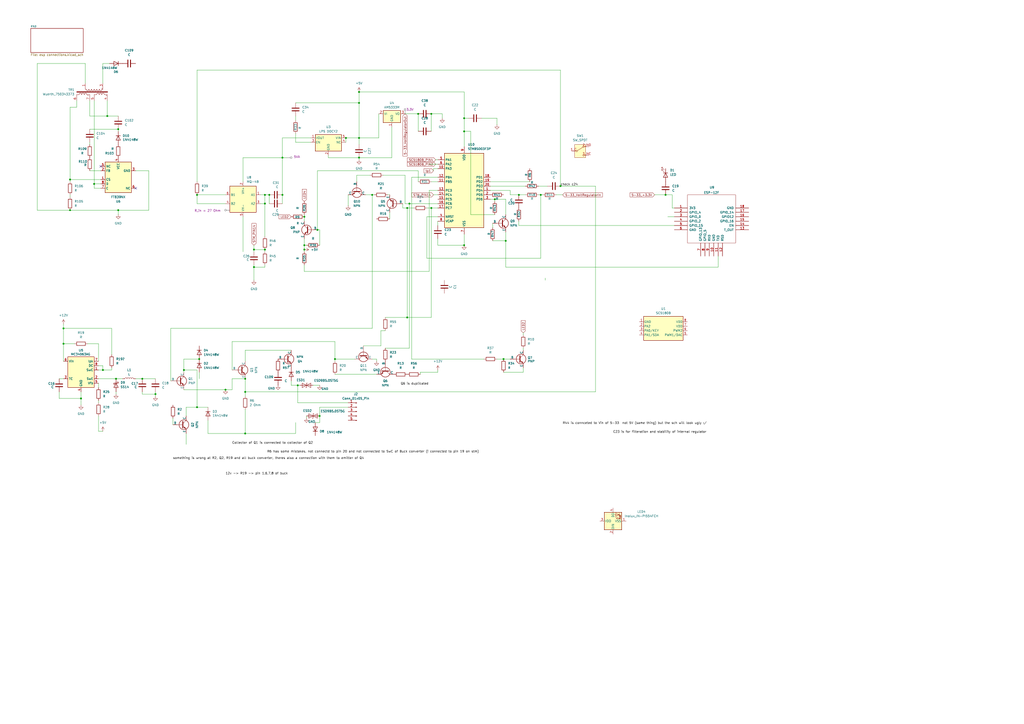
<source format=kicad_sch>
(kicad_sch (version 20250114) (generator "eeschema") (generator_version "9.0")
  (paper "A2")
  (junction (at 250.19 66.04))
  (junction (at 242.57 66.04))
  (junction (at 142.24 219.71))
  (junction (at 200.66 80.01))
  (junction (at 62.23 67.31))
  (junction (at 114.3 236.22))
  (junction (at 130.81 226.06))
  (junction (at 147.32 154.94))
  (junction (at 153.67 144.78))
  (junction (at 237.49 118.11))
  (junction (at 46.99 231.14))
  (junction (at 114.3 113.03))
  (junction (at 153.67 113.03))
  (junction (at 82.55 219.71))
  (junction (at 269.24 142.24))
  (junction (at 300.99 113.03))
  (junction (at 208.28 53.34))
  (junction (at 36.83 190.5))
  (junction (at 172.72 223.52))
  (junction (at 215.9 113.03))
  (junction (at 68.58 121.92))
  (junction (at 184.15 133.35))
  (junction (at 236.22 120.65))
  (junction (at 176.53 144.78))
  (junction (at 208.28 80.01))
  (junction (at 176.53 125.73))
  (junction (at 208.28 59.69))
  (junction (at 40.64 121.92))
  (junction (at 115.57 208.28))
  (junction (at 163.83 91.44))
  (junction (at 208.28 91.44))
  (junction (at 250.19 120.65))
  (junction (at 36.83 199.39))
  (junction (at 67.31 219.71))
  (junction (at 142.24 227.33))
  (junction (at 194.31 208.28))
  (junction (at 59.69 214.63))
  (junction (at 142.24 251.46))
  (junction (at 287.02 115.57))
  (junction (at 153.67 118.11))
  (junction (at 54.61 106.68))
  (junction (at 293.37 139.7))
  (junction (at 185.42 241.3))
  (junction (at 313.69 113.03))
  (junction (at 68.58 74.93))
  (junction (at 269.24 68.58))
  (junction (at 269.24 76.2))
  (junction (at 292.1 208.28))
  (junction (at 163.83 113.03))
  (junction (at 156.21 113.03))
  (junction (at 236.22 184.15))
  (junction (at 325.12 107.95))
  (junction (at 386.08 113.03))
  (junction (at 40.64 104.14))
  (junction (at 176.53 142.24))
  (junction (at 90.17 228.6))
  (junction (at 106.68 214.63))
  (junction (at 147.32 144.78))
  (no_connect (at 58.42 96.52))
  (no_connect (at 78.74 109.22))
  (wire (pts (xy 67.31 228.6) (xy 67.31 227.33)))
  (wire (pts (xy 185.42 236.22) (xy 185.42 241.3)))
  (wire (pts (xy 279.4 68.58) (xy 288.29 68.58)))
  (wire (pts (xy 190.5 91.44) (xy 208.28 91.44)))
  (wire (pts (xy 82.55 219.71) (xy 90.17 219.71)))
  (wire (pts (xy 49.53 48.26) (xy 49.53 36.83)))
  (wire (pts (xy 78.74 99.06) (xy 86.36 99.06)))
  (wire (pts (xy 184.15 99.06) (xy 184.15 133.35)))
  (wire (pts (xy 208.28 53.34) (xy 269.24 53.34)))
  (wire (pts (xy 303.53 193.04) (xy 303.53 194.31)))
  (wire (pts (xy 314.96 113.03) (xy 313.69 113.03)))
  (wire (pts (xy 147.32 146.05) (xy 147.32 144.78)))
  (wire (pts (xy 303.53 201.93) (xy 303.53 203.2)))
  (wire (pts (xy 57.15 250.19) (xy 59.69 250.19)))
  (wire (pts (xy 43.18 199.39) (xy 36.83 199.39)))
  (wire (pts (xy 238.76 102.87) (xy 238.76 208.28)))
  (wire (pts (xy 176.53 144.78) (xy 176.53 146.05)))
  (wire (pts (xy 273.05 124.46) (xy 273.05 76.2)))
  (wire (pts (xy 64.77 205.74) (xy 64.77 190.5)))
  (wire (pts (xy 194.31 217.17) (xy 218.44 217.17)))
  (wire (pts (xy 114.3 214.63) (xy 106.68 214.63)))
  (wire (pts (xy 134.62 214.63) (xy 134.62 198.12)))
  (wire (pts (xy 90.17 228.6) (xy 90.17 229.87)))
  (wire (pts (xy 184.15 99.06) (xy 242.57 99.06)))
  (wire (pts (xy 389.89 113.03) (xy 386.08 113.03)))
  (wire (pts (xy 106.68 208.28) (xy 106.68 214.63)))
  (wire (pts (xy 114.3 113.03) (xy 130.81 113.03)))
  (wire (pts (xy 166.37 91.44) (xy 163.83 91.44)))
  (wire (pts (xy 54.61 106.68) (xy 54.61 109.22)))
  (wire (pts (xy 300.99 113.03) (xy 295.91 113.03)))
  (wire (pts (xy 233.68 120.65) (xy 236.22 120.65)))
  (wire (pts (xy 250.19 120.65) (xy 254 120.65)))
  (wire (pts (xy 207.01 101.6) (xy 207.01 105.41)))
  (wire (pts (xy 46.99 227.33) (xy 46.99 231.14)))
  (wire (pts (xy 59.69 214.63) (xy 64.77 214.63)))
  (wire (pts (xy 57.15 224.79) (xy 57.15 222.25)))
  (wire (pts (xy 34.29 219.71) (xy 36.83 219.71)))
  (wire (pts (xy 172.72 233.68) (xy 172.72 223.52)))
  (wire (pts (xy 223.52 184.15) (xy 236.22 184.15)))
  (wire (pts (xy 247.65 125.73) (xy 247.65 149.86)))
  (wire (pts (xy 171.45 59.69) (xy 208.28 59.69)))
  (wire (pts (xy 142.24 219.71) (xy 142.24 227.33)))
  (wire (pts (xy 182.88 245.11) (xy 185.42 245.11)))
  (wire (pts (xy 242.57 76.2) (xy 242.57 66.04)))
  (wire (pts (xy 171.45 251.46) (xy 171.45 245.11)))
  (wire (pts (xy 248.92 95.25) (xy 254 95.25)))
  (wire (pts (xy 168.91 223.52) (xy 172.72 223.52)))
  (wire (pts (xy 254 138.43) (xy 254 142.24)))
  (wire (pts (xy 208.28 53.34) (xy 208.28 59.69)))
  (wire (pts (xy 185.42 142.24) (xy 185.42 133.35)))
  (wire (pts (xy 416.56 148.59) (xy 416.56 154.94)))
  (wire (pts (xy 208.28 91.44) (xy 208.28 92.71)))
  (wire (pts (xy 52.07 74.93) (xy 68.58 74.93)))
  (wire (pts (xy 236.22 120.65) (xy 240.03 120.65)))
  (wire (pts (xy 44.45 58.42) (xy 44.45 62.23)))
  (wire (pts (xy 40.64 104.14) (xy 40.64 105.41)))
  (wire (pts (xy 234.95 118.11) (xy 237.49 118.11)))
  (wire (pts (xy 238.76 208.28) (xy 280.67 208.28)))
  (wire (pts (xy 312.42 113.03) (xy 313.69 113.03)))
  (wire (pts (xy 220.98 191.77) (xy 223.52 191.77)))
  (wire (pts (xy 389.89 120.65) (xy 391.16 120.65)))
  (wire (pts (xy 269.24 135.89) (xy 269.24 142.24)))
  (wire (pts (xy 171.45 82.55) (xy 180.34 82.55)))
  (wire (pts (xy 54.61 58.42) (xy 54.61 106.68)))
  (wire (pts (xy 194.31 208.28) (xy 194.31 209.55)))
  (wire (pts (xy 242.57 99.06) (xy 242.57 105.41)))
  (wire (pts (xy 287.02 124.46) (xy 273.05 124.46)))
  (wire (pts (xy 147.32 144.78) (xy 153.67 144.78)))
  (wire (pts (xy 106.68 214.63) (xy 106.68 215.9)))
  (wire (pts (xy 212.09 113.03) (xy 215.9 113.03)))
  (wire (pts (xy 176.53 142.24) (xy 176.53 138.43)))
  (wire (pts (xy 134.62 198.12) (xy 194.31 198.12)))
  (wire (pts (xy 106.68 208.28) (xy 115.57 208.28)))
  (wire (pts (xy 46.99 231.14) (xy 46.99 234.95)))
  (wire (pts (xy 67.31 219.71) (xy 71.12 219.71)))
  (wire (pts (xy 293.37 115.57) (xy 287.02 115.57)))
  (wire (pts (xy 247.65 149.86) (xy 313.69 149.86)))
  (wire (pts (xy 208.28 91.44) (xy 227.33 91.44)))
  (wire (pts (xy 207.01 101.6) (xy 214.63 101.6)))
  (wire (pts (xy 215.9 113.03) (xy 217.17 113.03)))
  (wire (pts (xy 190.5 90.17) (xy 190.5 91.44)))
  (wire (pts (xy 243.84 215.9) (xy 243.84 217.17)))
  (wire (pts (xy 62.23 67.31) (xy 68.58 67.31)))
  (wire (pts (xy 313.69 149.86) (xy 313.69 113.03)))
  (wire (pts (xy 215.9 113.03) (xy 215.9 190.5)))
  (wire (pts (xy 57.15 212.09) (xy 59.69 212.09)))
  (wire (pts (xy 86.36 99.06) (xy 86.36 121.92)))
  (wire (pts (xy 295.91 110.49) (xy 284.48 110.49)))
  (wire (pts (xy 223.52 201.93) (xy 237.49 201.93)))
  (wire (pts (xy 248.92 110.49) (xy 254 110.49)))
  (wire (pts (xy 176.53 157.48) (xy 248.92 157.48)))
  (wire (pts (xy 254 214.63) (xy 254 215.9)))
  (wire (pts (xy 325.12 107.95) (xy 345.44 107.95)))
  (wire (pts (xy 210.82 200.66) (xy 220.98 200.66)))
  (wire (pts (xy 176.53 125.73) (xy 176.53 128.27)))
  (wire (pts (xy 250.19 66.04) (xy 250.19 76.2)))
  (wire (pts (xy 140.97 105.41) (xy 140.97 91.44)))
  (wire (pts (xy 147.32 154.94) (xy 147.32 162.56)))
  (wire (pts (xy 222.25 101.6) (xy 234.95 101.6)))
  (wire (pts (xy 345.44 227.33) (xy 142.24 227.33)))
  (wire (pts (xy 237.49 201.93) (xy 237.49 118.11)))
  (wire (pts (xy 292.1 215.9) (xy 303.53 215.9)))
  (wire (pts (xy 44.45 62.23) (xy 40.64 62.23)))
  (wire (pts (xy 177.8 241.3) (xy 177.8 242.57)))
  (wire (pts (xy 57.15 233.68) (xy 57.15 232.41)))
  (wire (pts (xy 147.32 154.94) (xy 147.32 153.67)))
  (wire (pts (xy 226.06 113.03) (xy 224.79 113.03)))
  (wire (pts (xy 254 128.27) (xy 254 130.81)))
  (wire (pts (xy 194.31 208.28) (xy 205.74 208.28)))
  (wire (pts (xy 64.77 214.63) (xy 64.77 213.36)))
  (wire (pts (xy 163.83 80.01) (xy 163.83 91.44)))
  (wire (pts (xy 300.99 128.27) (xy 300.99 130.81)))
  (wire (pts (xy 285.75 132.08) (xy 285.75 129.54)))
  (wire (pts (xy 293.37 124.46) (xy 293.37 115.57)))
  (wire (pts (xy 293.37 154.94) (xy 293.37 139.7)))
  (wire (pts (xy 86.36 121.92) (xy 68.58 121.92)))
  (wire (pts (xy 389.89 120.65) (xy 389.89 113.03)))
  (wire (pts (xy 171.45 77.47) (xy 171.45 82.55)))
  (wire (pts (xy 59.69 36.83) (xy 59.69 48.26)))
  (wire (pts (xy 107.95 236.22) (xy 114.3 236.22)))
  (wire (pts (xy 142.24 227.33) (xy 142.24 229.87)))
  (wire (pts (xy 21.59 36.83) (xy 21.59 121.92)))
  (wire (pts (xy 201.93 233.68) (xy 172.72 233.68)))
  (wire (pts (xy 68.58 121.92) (xy 68.58 124.46)))
  (wire (pts (xy 142.24 251.46) (xy 171.45 251.46)))
  (wire (pts (xy 46.99 231.14) (xy 34.29 231.14)))
  (wire (pts (xy 58.42 104.14) (xy 40.64 104.14)))
  (wire (pts (xy 271.78 68.58) (xy 269.24 68.58)))
  (wire (pts (xy 234.95 66.04) (xy 242.57 66.04)))
  (wire (pts (xy 58.42 99.06) (xy 52.07 99.06)))
  (wire (pts (xy 114.3 40.64) (xy 114.3 105.41)))
  (wire (pts (xy 78.74 219.71) (xy 82.55 219.71)))
  (wire (pts (xy 185.42 245.11) (xy 185.42 241.3)))
  (wire (pts (xy 273.05 76.2) (xy 269.24 76.2)))
  (wire (pts (xy 120.65 251.46) (xy 120.65 243.84)))
  (wire (pts (xy 288.29 68.58) (xy 288.29 72.39)))
  (wire (pts (xy 142.24 237.49) (xy 142.24 251.46)))
  (wire (pts (xy 185.42 133.35) (xy 184.15 133.35)))
  (wire (pts (xy 142.24 209.55) (xy 142.24 203.2)))
  (wire (pts (xy 153.67 118.11) (xy 153.67 137.16)))
  (wire (pts (xy 177.8 142.24) (xy 176.53 142.24)))
  (wire (pts (xy 312.42 107.95) (xy 317.5 107.95)))
  (wire (pts (xy 54.61 106.68) (xy 58.42 106.68)))
  (wire (pts (xy 254 113.03) (xy 251.46 113.03)))
  (wire (pts (xy 325.12 40.64) (xy 325.12 107.95)))
  (wire (pts (xy 52.07 67.31) (xy 62.23 67.31)))
  (wire (pts (xy 256.54 66.04) (xy 250.19 66.04)))
  (wire (pts (xy 293.37 134.62) (xy 293.37 139.7)))
  (wire (pts (xy 254 97.79) (xy 251.46 97.79)))
  (wire (pts (xy 220.98 191.77) (xy 220.98 200.66)))
  (wire (pts (xy 151.13 113.03) (xy 153.67 113.03)))
  (wire (pts (xy 40.64 121.92) (xy 68.58 121.92)))
  (wire (pts (xy 238.76 102.87) (xy 254 102.87)))
  (wire (pts (xy 227.33 91.44) (xy 227.33 73.66)))
  (wire (pts (xy 300.99 113.03) (xy 304.8 113.03)))
  (wire (pts (xy 287.02 115.57) (xy 287.02 116.84)))
  (wire (pts (xy 218.44 208.28) (xy 218.44 209.55)))
  (wire (pts (xy 250.19 184.15) (xy 250.19 120.65)))
  (wire (pts (xy 201.93 236.22) (xy 185.42 236.22)))
  (wire (pts (xy 142.24 203.2) (xy 168.91 203.2)))
  (wire (pts (xy 151.13 118.11) (xy 153.67 118.11)))
  (wire (pts (xy 140.97 91.44) (xy 163.83 91.44)))
  (wire (pts (xy 208.28 83.82) (xy 208.28 80.01)))
  (wire (pts (xy 194.31 198.12) (xy 194.31 208.28)))
  (wire (pts (xy 233.68 120.65) (xy 233.68 118.11)))
  (wire (pts (xy 114.3 118.11) (xy 114.3 113.03)))
  (wire (pts (xy 57.15 214.63) (xy 59.69 214.63)))
  (wire (pts (xy 163.83 91.44) (xy 163.83 113.03)))
  (wire (pts (xy 134.62 226.06) (xy 134.62 219.71)))
  (wire (pts (xy 269.24 76.2) (xy 269.24 68.58)))
  (wire (pts (xy 153.67 154.94) (xy 153.67 153.67)))
  (wire (pts (xy 57.15 199.39) (xy 57.15 209.55)))
  (wire (pts (xy 36.83 190.5) (xy 36.83 199.39)))
  (wire (pts (xy 300.99 130.81) (xy 391.16 130.81)))
  (wire (pts (xy 49.53 36.83) (xy 21.59 36.83)))
  (wire (pts (xy 153.67 144.78) (xy 153.67 146.05)))
  (wire (pts (xy 269.24 76.2) (xy 269.24 85.09)))
  (wire (pts (xy 52.07 58.42) (xy 52.07 67.31)))
  (wire (pts (xy 62.23 58.42) (xy 62.23 67.31)))
  (wire (pts (xy 59.69 36.83) (xy 63.5 36.83)))
  (wire (pts (xy 40.64 62.23) (xy 40.64 104.14)))
  (wire (pts (xy 52.07 82.55) (xy 52.07 83.82)))
  (wire (pts (xy 168.91 220.98) (xy 168.91 223.52)))
  (wire (pts (xy 57.15 241.3) (xy 57.15 250.19)))
  (wire (pts (xy 176.53 142.24) (xy 176.53 144.78)))
  (wire (pts (xy 288.29 208.28) (xy 292.1 208.28)))
  (wire (pts (xy 36.83 187.96) (xy 36.83 190.5)))
  (wire (pts (xy 304.8 107.95) (xy 284.48 107.95)))
  (wire (pts (xy 285.75 139.7) (xy 293.37 139.7)))
  (wire (pts (xy 82.55 227.33) (xy 82.55 228.6)))
  (wire (pts (xy 21.59 121.92) (xy 40.64 121.92)))
  (wire (pts (xy 236.22 184.15) (xy 236.22 120.65)))
  (wire (pts (xy 200.66 80.01) (xy 200.66 82.55)))
  (wire (pts (xy 226.06 127) (xy 226.06 123.19)))
  (wire (pts (xy 176.53 153.67) (xy 176.53 157.48)))
  (wire (pts (xy 176.53 124.46) (xy 176.53 125.73)))
  (wire (pts (xy 201.93 113.03) (xy 201.93 119.38)))
  (wire (pts (xy 208.28 59.69) (xy 208.28 80.01)))
  (wire (pts (xy 140.97 125.73) (xy 140.97 146.05)))
  (wire (pts (xy 153.67 113.03) (xy 153.67 118.11)))
  (wire (pts (xy 218.44 208.28) (xy 215.9 208.28)))
  (wire (pts (xy 247.65 120.65) (xy 250.19 120.65)))
  (wire (pts (xy 237.49 118.11) (xy 254 118.11)))
  (wire (pts (xy 287.02 115.57) (xy 284.48 115.57)))
  (wire (pts (xy 36.83 199.39) (xy 36.83 209.55)))
  (wire (pts (xy 185.42 223.52) (xy 181.61 223.52)))
  (wire (pts (xy 58.42 109.22) (xy 54.61 109.22)))
  (wire (pts (xy 284.48 105.41) (xy 307.34 105.41)))
  (wire (pts (xy 114.3 118.11) (xy 130.81 118.11)))
  (wire (pts (xy 107.95 251.46) (xy 107.95 257.81)))
  (wire (pts (xy 106.68 226.06) (xy 130.81 226.06)))
  (wire (pts (xy 34.29 227.33) (xy 34.29 231.14)))
  (wire (pts (xy 147.32 144.78) (xy 147.32 142.24)))
  (wire (pts (xy 251.46 97.79) (xy 251.46 99.06)))
  (wire (pts (xy 130.81 226.06) (xy 134.62 226.06)))
  (wire (pts (xy 171.45 67.31) (xy 171.45 69.85)))
  (wire (pts (xy 172.72 223.52) (xy 173.99 223.52)))
  (wire (pts (xy 379.73 113.03) (xy 386.08 113.03)))
  (wire (pts (xy 345.44 107.95) (xy 345.44 227.33)))
  (wire (pts (xy 163.83 80.01) (xy 180.34 80.01)))
  (wire (pts (xy 134.62 219.71) (xy 142.24 219.71)))
  (wire (pts (xy 147.32 154.94) (xy 153.67 154.94)))
  (wire (pts (xy 252.73 92.71) (xy 254 92.71)))
  (wire (pts (xy 57.15 199.39) (xy 50.8 199.39)))
  (wire (pts (xy 247.65 125.73) (xy 254 125.73)))
  (wire (pts (xy 107.95 241.3) (xy 107.95 236.22)))
  (wire (pts (xy 322.58 113.03) (xy 326.39 113.03)))
  (wire (pts (xy 269.24 142.24) (xy 254 142.24)))
  (wire (pts (xy 236.22 184.15) (xy 250.19 184.15)))
  (wire (pts (xy 387.35 125.73) (xy 391.16 125.73)))
  (wire (pts (xy 292.1 208.28) (xy 295.91 208.28)))
  (wire (pts (xy 57.15 219.71) (xy 67.31 219.71)))
  (wire (pts (xy 163.83 113.03) (xy 163.83 118.11)))
  (wire (pts (xy 248.92 157.48) (xy 248.92 110.49)))
  (wire (pts (xy 269.24 68.58) (xy 269.24 53.34)))
  (wire (pts (xy 120.65 251.46) (xy 142.24 251.46)))
  (wire (pts (xy 99.06 190.5) (xy 215.9 190.5)))
  (wire (pts (xy 208.28 80.01) (xy 219.71 80.01)))
  (wire (pts (xy 90.17 227.33) (xy 90.17 228.6)))
  (wire (pts (xy 295.91 113.03) (xy 295.91 110.49)))
  (wire (pts (xy 234.95 101.6) (xy 234.95 118.11)))
  (wire (pts (xy 256.54 68.58) (xy 256.54 66.04)))
  (wire (pts (xy 316.23 161.29) (xy 316.23 162.56)))
  (wire (pts (xy 114.3 236.22) (xy 120.65 236.22)))
  (wire (pts (xy 99.06 190.5) (xy 99.06 220.98)))
  (wire (pts (xy 115.57 219.71) (xy 115.57 215.9)))
  (wire (pts (xy 416.56 154.94) (xy 293.37 154.94)))
  (wire (pts (xy 153.67 113.03) (xy 156.21 113.03)))
  (wire (pts (xy 219.71 80.01) (xy 219.71 66.04)))
  (wire (pts (xy 200.66 80.01) (xy 208.28 80.01)))
  (wire (pts (xy 40.64 114.3) (xy 40.64 113.03)))
  (wire (pts (xy 64.77 190.5) (xy 36.83 190.5)))
  (wire (pts (xy 114.3 236.22) (xy 114.3 214.63)))
  (wire (pts (xy 325.12 40.64) (xy 114.3 40.64)))
  (wire (pts (xy 59.69 212.09) (xy 59.69 214.63)))
  (wire (pts (xy 254 215.9) (xy 243.84 215.9)))
  (wire (pts (xy 100.33 242.57) (xy 100.33 246.38)))
  (wire (pts (xy 303.53 215.9) (xy 303.53 213.36)))
  (wire (pts (xy 68.58 74.93) (xy 68.58 76.2)))
  (wire (pts (xy 250.19 105.41) (xy 254 105.41)))
  (wire (pts (xy 156.21 113.03) (xy 156.21 118.11)))
  (wire (pts (xy 82.55 228.6) (xy 90.17 228.6)))
  (label "R6 has some mistakes. not connectd to pin 20 and not connected to SwC of Buck converter (i connected to pin 19 on stm)" (at 154.94 262.89 0))
  (label "R44 is connceted to Vin of 5-33  not 5V (same thing) but the sch will look ugly :{slash}" (at 326.39 246.38 0))
  (label "check c24" (at 325.12 107.95 0))
  (label "Q6 is duplicated" (at 232.41 223.52 0))
  (label "12v -> R19 -> pin 1,6,7,8 of buck" (at 130.81 275.59 0))
  (label "Collector of Q1 is connected to collector of Q2" (at 134.62 257.81 0))
  (label "C23 is for filteration and stability of internal regulator" (at 355.6 251.46 0))
  (label "something is wrong at R2, Q2, R19 and all buck converter, theres also a connection with them to emitter of Q4" (at 100.33 266.7 0))
  (global_label "LED2" (shape input) (at 168.91 125.73 180) (property "Intersheetrefs" "${INTERSHEET_REFS}" (effects (hide yes))))
  (global_label "LED2" (shape input) (at 303.53 193.04 90) (property "Intersheetrefs" "${INTERSHEET_REFS}" (effects (hide yes))))
  (global_label "STM_PIN14" (shape input) (at 147.32 142.24 90) (property "Intersheetrefs" "${INTERSHEET_REFS}" (effects (hide yes))))
  (global_label "LED4" (shape input) (at 176.53 116.84 90) (property "Intersheetrefs" "${INTERSHEET_REFS}" (effects (hide yes))))
  (global_label "SC5180B_PIN2" (shape input) (at 252.73 95.25 180) (property "Intersheetrefs" "${INTERSHEET_REFS}" (effects (hide yes))))
  (global_label "tp1" (shape input) (at 251.46 99.06 180) (property "Intersheetrefs" "${INTERSHEET_REFS}" (effects (hide yes))))
  (global_label "STM_PIN14" (shape input) (at 251.46 113.03 180) (property "Intersheetrefs" "${INTERSHEET_REFS}" (effects (hide yes))))
  (global_label "SC5180B_PIN4" (shape input) (at 252.73 92.71 180) (property "Intersheetrefs" "${INTERSHEET_REFS}" (effects (hide yes))))
  (global_label "5-33_+3.3V" (shape input) (at 379.73 113.03 180) (property "Intersheetrefs" "${INTERSHEET_REFS}" (effects (hide yes))))
  (global_label "5-33_VoltRegulatorIn" (shape input) (at 326.39 113.03 0) (property "Intersheetrefs" "${INTERSHEET_REFS}" (effects (hide yes))))
  (global_label "5-33_VoltRegulatorOut" (shape input) (at 234.95 66.04 270) (property "Intersheetrefs" "${INTERSHEET_REFS}" (effects (hide yes))))
  (netclass_flag "" (length 2.54) (shape round) (at 133.35 121.92 90) (property "Netclass" "R_in = 27 Ohm" (at 112.776 122.174 0) (effects (justify left))))
  (netclass_flag "" (length 2.54) (shape round) (at 234.95 66.04 0) (property "Netclass" "3.3V" (at 235.6485 63.5 0) (effects (justify left))))
  (netclass_flag "" (length 2.54) (shape round) (at 166.37 91.44 270) (property "Netclass" "5VA" (at 170.434 90.932 0) (effects (justify left))))
  (symbol (lib_id "Device:R") (at 52.07 95.25 180) (unit 1)
    (property "Reference" "R110" (at 45.466 93.726 0) (effects (justify right)))
    (property "Value" "R" (at 48.768 95.758 0) (effects (justify right)))
    (property "Description" "Resistor" (effects (hide yes)))
  )
  (symbol (lib_id "power:GND") (at 177.8 242.57 0) (unit 1)
    (property "Reference" "#PWR016" (effects (hide yes)))
    (property "Value" "GND" (at 180.848 244.602 0))
    (property "Description" "Power symbol creates a global label with name \"GND\" , ground" (effects (hide yes)))
  )
  (symbol (lib_id "Device:R") (at 64.77 209.55 0) (unit 1)
    (property "Reference" "R19?" (at 67.31 208.2799 0) (effects (justify left)))
    (property "Value" "R" (at 67.31 210.8199 0) (effects (justify left)))
    (property "Description" "Resistor" (effects (hide yes)))
  )
  (symbol (lib_id "Diode:1N4148W") (at 68.58 80.01 270) (unit 1)
    (property "Reference" "D10" (at 71.12 78.7399 90) (effects (justify left)))
    (property "Value" "1N4148W" (at 71.12 81.026 90) (effects (justify left)))
    (property "Footprint" "Diode_SMD:D_SOD-123" (effects (hide yes)))
    (property "Datasheet" "https://www.vishay.com/docs/85748/1n4148w.pdf" (effects (hide yes)))
    (property "Description" "75V 0.15A Fast Switching Diode, SOD-123" (effects (hide yes)))
    (property "Sim.Device" "D" (effects (hide yes)))
    (property "Sim.Pins" "1=K 2=A" (effects (hide yes)))
  )
  (symbol (lib_id "power:GND") (at 130.81 226.06 0) (unit 1)
    (property "Reference" "#PWR02" (effects (hide yes)))
    (property "Value" "GND" (at 130.81 231.14 0))
    (property "Description" "Power symbol creates a global label with name \"GND\" , ground" (effects (hide yes)))
  )
  (symbol (lib_id "Simulation_SPICE:PNP") (at 300.99 208.28 0) (unit 1)
    (property "Reference" "Q7" (at 306.07 207.518 0) (effects (justify left)))
    (property "Value" "PNP" (at 306.07 209.5499 0) (effects (justify left)))
    (property "Datasheet" "https://ngspice.sourceforge.io/docs/ngspice-html-manual/manual.xhtml#cha_BJTs" (effects (hide yes)))
    (property "Description" "Bipolar transistor symbol for simulation only, substrate tied to the emitter" (effects (hide yes)))
    (property "Sim.Device" "PNP" (effects (hide yes)))
    (property "Sim.Type" "GUMMELPOON" (effects (hide yes)))
    (property "Sim.Pins" "1=C 2=B 3=E" (effects (hide yes)))
  )
  (symbol (lib_id "Device:R") (at 57.15 237.49 0) (unit 1)
    (property "Reference" "R28" (at 59.69 236.2199 0) (effects (justify left)))
    (property "Value" "R" (at 59.69 238.7599 0) (effects (justify left)))
    (property "Description" "Resistor" (effects (hide yes)))
  )
  (symbol (lib_id "Device:R") (at 46.99 199.39 90) (unit 1)
    (property "Reference" "R19" (at 46.99 193.04 90))
    (property "Value" "R" (at 46.99 195.58 90))
    (property "Description" "Resistor" (effects (hide yes)))
  )
  (symbol (lib_id "MCU_ST_STM8:STM8S003F3P") (at 269.24 110.49 0) (unit 1)
    (property "Reference" "U10" (at 271.3833 83.82 0) (effects (justify left)))
    (property "Value" "STM8S003F3P" (at 271.3833 86.36 0) (effects (justify left)))
    (property "Footprint" "Package_SO:TSSOP-20_4.4x6.5mm_P0.65mm" (effects (hide yes)))
    (property "Datasheet" "http://www.st.com/st-web-ui/static/active/en/resource/technical/document/datasheet/DM00024550.pdf" (effects (hide yes)))
    (property "Description" "16MHz, 8K Flash, 1K RAM, 128 EEPROM, USART, I²C, SPI, TSSOP-20" (effects (hide yes)))
  )
  (symbol (lib_id "power:GND") (at 208.28 92.71 0) (unit 1)
    (property "Reference" "#PWR010" (effects (hide yes)))
    (property "Value" "GND" (at 208.28 97.79 0))
    (property "Description" "Power symbol creates a global label with name \"GND\" , ground" (effects (hide yes)))
  )
  (symbol (lib_id "Regulator_Switching:MC34063AD") (at 46.99 214.63 0) (unit 1)
    (property "Reference" "U5" (at 46.99 203.2 0))
    (property "Value" "MC34063AG" (at 46.736 205.486 0))
    (property "Footprint" "Package_SO:SOIC-8_3.9x4.9mm_P1.27mm" (effects (hide yes)))
    (property "Datasheet" "http://www.onsemi.com/pub_link/Collateral/MC34063A-D.PDF" (effects (hide yes)))
    (property "Description" "1.5A, step-up/down/inverting switching regulator, 3-40V Vin, 100kHz, SO-8" (effects (hide yes)))
  )
  (symbol (lib_id "Device:C") (at 90.17 223.52 0) (unit 1)
    (property "Reference" "C18" (at 93.98 222.2499 0) (effects (justify left)))
    (property "Value" "C" (at 93.98 224.7899 0) (effects (justify left)))
    (property "Description" "Unpolarized capacitor" (effects (hide yes)))
  )
  (symbol (lib_id "Device:R") (at 318.77 113.03 90) (unit 1)
    (property "Reference" "R44" (at 318.77 113.03 90))
    (property "Value" "R" (at 318.77 115.316 90))
    (property "Description" "Resistor" (effects (hide yes)))
  )
  (symbol (lib_id "Device:R") (at 232.41 217.17 90) (unit 1)
    (property "Reference" "R13" (at 232.41 210.82 90))
    (property "Value" "R" (at 232.41 213.36 90))
    (property "Description" "Resistor" (effects (hide yes)))
  )
  (symbol (lib_id "Diode:ESD9B5.0ST5G") (at 177.8 223.52 0) (unit 1)
    (property "Reference" "ESD1" (at 174.498 220.472 0))
    (property "Value" "ESD9B5.0ST5G" (at 189.23 220.726 0))
    (property "Footprint" "Diode_SMD:D_SOD-923" (effects (hide yes)))
    (property "Datasheet" "https://www.onsemi.com/pub/Collateral/ESD9B-D.PDF" (effects (hide yes)))
    (property "Description" "ESD protection diode, 5.0Vrwm, SOD-923" (effects (hide yes)))
  )
  (symbol (lib_name "MQ-6_1") (lib_id "Sensor_Gas:MQ-6") (at 140.97 115.57 0) (unit 1)
    (property "Reference" "U8" (at 143.1133 102.87 0) (effects (justify left)))
    (property "Value" "MQ-4B" (at 143.1133 105.41 0) (effects (justify left)))
    (property "Footprint" "Sensor:MQ-6" (effects (hide yes)))
    (property "Datasheet" "https://www.winsen-sensor.com/d/files/semiconductor/mq-6.pdf" (effects (hide yes)))
    (property "Description" "Semiconductor Sensor for Flammable Gas" (effects (hide yes)))
  )
  (symbol (lib_id "Device:R") (at 287.02 120.65 180) (unit 1)
    (property "Reference" "R43" (at 287.02 120.65 90))
    (property "Value" "R" (at 284.988 120.65 90))
    (property "Description" "Resistor" (effects (hide yes)))
  )
  (symbol (lib_id "Device:C") (at 161.29 219.71 0) (unit 1)
    (property "Reference" "C109" (at 153.416 218.694 0) (effects (justify left)))
    (property "Value" "C" (at 165.1 220.9799 0) (effects (justify left)))
    (property "Description" "Unpolarized capacitor" (effects (hide yes)))
  )
  (symbol (lib_id "Device:R") (at 284.48 208.28 90) (unit 1)
    (property "Reference" "R37" (at 284.48 201.93 90))
    (property "Value" "R" (at 284.48 204.47 90))
    (property "Description" "Resistor" (effects (hide yes)))
  )
  (symbol (lib_id "power:GND") (at 288.29 72.39 0) (unit 1)
    (property "Reference" "#PWR014" (effects (hide yes)))
    (property "Value" "GND" (at 288.29 77.47 0))
    (property "Description" "Power symbol creates a global label with name \"GND\" , ground" (effects (hide yes)))
  )
  (symbol (lib_id "Device:C") (at 246.38 66.04 90) (unit 1)
    (property "Reference" "C38" (at 246.38 58.42 90))
    (property "Value" "C" (at 246.38 60.96 90))
    (property "Description" "Unpolarized capacitor" (effects (hide yes)))
  )
  (symbol (lib_id "Diode:1N4148W") (at 115.57 212.09 270) (unit 1)
    (property "Reference" "D2" (at 118.11 210.8199 90) (effects (justify left)))
    (property "Value" "1N4148W" (at 118.11 213.3599 90) (effects (justify left)))
    (property "Footprint" "Diode_SMD:D_SOD-123" (effects (hide yes)))
    (property "Datasheet" "https://www.vishay.com/docs/85748/1n4148w.pdf" (effects (hide yes)))
    (property "Description" "75V 0.15A Fast Switching Diode, SOD-123" (effects (hide yes)))
    (property "Sim.Device" "D" (effects (hide yes)))
    (property "Sim.Pins" "1=K 2=A" (effects (hide yes)))
  )
  (symbol (lib_id "Device:R") (at 285.75 135.89 0) (unit 1)
    (property "Reference" "R47" (at 285.75 137.668 90) (effects (justify left)))
    (property "Value" "R" (at 283.718 136.398 90) (effects (justify left)))
    (property "Description" "Resistor" (effects (hide yes)))
  )
  (symbol (lib_id "power:GND") (at 269.24 142.24 0) (unit 1)
    (property "Reference" "#PWR04" (effects (hide yes)))
    (property "Value" "GND" (at 269.24 147.32 0))
    (property "Description" "Power symbol creates a global label with name \"GND\" , ground" (effects (hide yes)))
  )
  (symbol (lib_id "Simulation_SPICE:NPN") (at 139.7 214.63 0) (unit 1)
    (property "Reference" "Q3" (at 146.05 214.63 90))
    (property "Value" "NPN" (at 148.59 214.63 90))
    (property "Datasheet" "https://ngspice.sourceforge.io/docs/ngspice-html-manual/manual.xhtml#cha_BJTs" (effects (hide yes)))
    (property "Description" "Bipolar transistor symbol for simulation only, substrate tied to the emitter" (effects (hide yes)))
    (property "Sim.Device" "NPN" (effects (hide yes)))
    (property "Sim.Type" "GUMMELPOON" (effects (hide yes)))
    (property "Sim.Pins" "1=C 2=B 3=E" (effects (hide yes)))
  )
  (symbol (lib_id "Device:R") (at 308.61 113.03 90) (unit 1)
    (property "Reference" "R48" (at 308.61 113.03 90))
    (property "Value" "R" (at 308.61 115.316 90))
    (property "Description" "Resistor" (effects (hide yes)))
  )
  (symbol (lib_id "Diode:1N4148W") (at 115.57 204.47 270) (unit 1)
    (property "Reference" "D4" (at 118.11 203.1999 90) (effects (justify left)))
    (property "Value" "1N4148W" (at 118.11 205.7399 90) (effects (justify left)))
    (property "Footprint" "Diode_SMD:D_SOD-123" (effects (hide yes)))
    (property "Datasheet" "https://www.vishay.com/docs/85748/1n4148w.pdf" (effects (hide yes)))
    (property "Description" "75V 0.15A Fast Switching Diode, SOD-123" (effects (hide yes)))
    (property "Sim.Device" "D" (effects (hide yes)))
    (property "Sim.Pins" "1=K 2=A" (effects (hide yes)))
  )
  (symbol (lib_id "power:GND") (at 147.32 162.56 0) (unit 1)
    (property "Reference" "#PWR06" (effects (hide yes)))
    (property "Value" "GND" (at 147.32 167.64 0))
    (property "Description" "Power symbol creates a global label with name \"GND\" , ground" (effects (hide yes)))
  )
  (symbol (lib_id "Device:C") (at 246.38 76.2 90) (unit 1)
    (property "Reference" "C28" (at 246.38 68.58 90))
    (property "Value" "C" (at 246.38 71.12 90))
    (property "Description" "Unpolarized capacitor" (effects (hide yes)))
  )
  (symbol (lib_id "Device:R") (at 100.33 238.76 0) (unit 1)
    (property "Reference" "R2" (at 102.87 237.4899 0) (effects (justify left)))
    (property "Value" "R" (at 102.87 240.0299 0) (effects (justify left)))
    (property "Description" "Resistor" (effects (hide yes)))
  )
  (symbol (lib_id "Device:R") (at 292.1 212.09 0) (unit 1)
    (property "Reference" "R34" (at 294.64 210.8199 0) (effects (justify left)))
    (property "Value" "R" (at 294.64 213.3599 0) (effects (justify left)))
    (property "Description" "Resistor" (effects (hide yes)))
  )
  (symbol (lib_id "Simulation_SPICE:NPN") (at 223.52 214.63 270) (unit 1)
    (property "Reference" "Q6" (at 223.52 220.98 90))
    (property "Value" "NPN" (at 223.52 223.52 90))
    (property "Datasheet" "https://ngspice.sourceforge.io/docs/ngspice-html-manual/manual.xhtml#cha_BJTs" (effects (hide yes)))
    (property "Description" "Bipolar transistor symbol for simulation only, substrate tied to the emitter" (effects (hide yes)))
    (property "Sim.Device" "NPN" (effects (hide yes)))
    (property "Sim.Type" "GUMMELPOON" (effects (hide yes)))
    (property "Sim.Pins" "1=C 2=B 3=E" (effects (hide yes)))
  )
  (symbol (lib_id "Simulation_SPICE:NPN") (at 166.37 208.28 0) (unit 1)
    (property "Reference" "Q4" (at 173.99 209.55 0))
    (property "Value" "NPN" (at 173.99 207.01 0))
    (property "Datasheet" "https://ngspice.sourceforge.io/docs/ngspice-html-manual/manual.xhtml#cha_BJTs" (effects (hide yes)))
    (property "Description" "Bipolar transistor symbol for simulation only, substrate tied to the emitter" (effects (hide yes)))
    (property "Sim.Device" "NPN" (effects (hide yes)))
    (property "Sim.Type" "GUMMELPOON" (effects (hide yes)))
    (property "Sim.Pins" "1=C 2=B 3=E" (effects (hide yes)))
  )
  (symbol (lib_id "Simulation_SPICE:NPN") (at 228.6 118.11 180) (unit 1)
    (property "Reference" "Q5" (at 223.52 116.8399 0) (effects (justify left)))
    (property "Value" "NPN" (at 223.52 119.3799 0) (effects (justify left)))
    (property "Datasheet" "https://ngspice.sourceforge.io/docs/ngspice-html-manual/manual.xhtml#cha_BJTs" (effects (hide yes)))
    (property "Description" "Bipolar transistor symbol for simulation only, substrate tied to the emitter" (effects (hide yes)))
    (property "Sim.Device" "NPN" (effects (hide yes)))
    (property "Sim.Type" "GUMMELPOON" (effects (hide yes)))
    (property "Sim.Pins" "1=C 2=B 3=E" (effects (hide yes)))
  )
  (symbol (lib_id "Device:C") (at 171.45 63.5 0) (unit 1)
    (property "Reference" "C34" (at 175.26 62.2299 0) (effects (justify left)))
    (property "Value" "C" (at 175.26 64.7699 0) (effects (justify left)))
    (property "Description" "Unpolarized capacitor" (effects (hide yes)))
  )
  (symbol (lib_id "Device:C") (at 275.59 68.58 90) (unit 1)
    (property "Reference" "C22" (at 275.59 60.96 90))
    (property "Value" "C" (at 275.59 63.5 90))
    (property "Description" "Unpolarized capacitor" (effects (hide yes)))
  )
  (symbol (lib_id "Device:R") (at 153.67 140.97 180) (unit 1)
    (property "Reference" "R46" (at 156.21 139.6999 0) (effects (justify right)))
    (property "Value" "R" (at 156.21 142.2399 0) (effects (justify right)))
    (property "Description" "Resistor" (effects (hide yes)))
  )
  (symbol (lib_id "Diode:1N4148W") (at 67.31 36.83 180) (unit 1)
    (property "Reference" "D6" (at 68.58 41.656 0) (effects (justify left)))
    (property "Value" "1N4148W" (at 68.072 39.37 0) (effects (justify left)))
    (property "Footprint" "Diode_SMD:D_SOD-123" (effects (hide yes)))
    (property "Datasheet" "https://www.vishay.com/docs/85748/1n4148w.pdf" (effects (hide yes)))
    (property "Description" "75V 0.15A Fast Switching Diode, SOD-123" (effects (hide yes)))
    (property "Sim.Device" "D" (effects (hide yes)))
    (property "Sim.Pins" "1=K 2=A" (effects (hide yes)))
  )
  (symbol (lib_id "Device:R") (at 68.58 87.63 180) (unit 1)
    (property "Reference" "R103" (at 66.04 88.9001 0) (effects (justify left)))
    (property "Value" "R" (at 66.04 86.3601 0) (effects (justify left)))
    (property "Description" "Resistor" (effects (hide yes)))
  )
  (symbol (lib_id "Device:C") (at 208.28 87.63 0) (unit 1)
    (property "Reference" "C27" (at 214.376 87.63 90))
    (property "Value" "C" (at 211.836 87.63 90))
    (property "Description" "Unpolarized capacitor" (effects (hide yes)))
  )
  (symbol (lib_id "Device:R") (at 181.61 142.24 90) (unit 1)
    (property "Reference" "R36" (at 181.61 142.24 90))
    (property "Value" "R" (at 181.61 138.43 90))
    (property "Description" "Resistor" (effects (hide yes)))
  )
  (symbol (lib_id "Device:C") (at 82.55 223.52 180) (unit 1)
    (property "Reference" "C17" (at 76.2 222.504 0) (effects (justify right)))
    (property "Value" "C" (at 77.978 224.536 0) (effects (justify right)))
    (property "Description" "Unpolarized capacitor" (effects (hide yes)))
  )
  (symbol (lib_id "Device:R") (at 40.64 109.22 180) (unit 1)
    (property "Reference" "R106" (at 43.18 107.9499 0) (effects (justify right)))
    (property "Value" "R" (at 43.18 110.4899 0) (effects (justify right)))
    (property "Description" "Resistor" (effects (hide yes)))
  )
  (symbol (lib_id "Diode:1N4148W") (at 182.88 248.92 270) (mirror x) (unit 1)
    (property "Reference" "D8" (at 185.42 250.1901 90) (effects (justify left)))
    (property "Value" "1N4148W" (at 189.484 250.698 90) (effects (justify left)))
    (property "Footprint" "Diode_SMD:D_SOD-123" (effects (hide yes)))
    (property "Datasheet" "https://www.vishay.com/docs/85748/1n4148w.pdf" (effects (hide yes)))
    (property "Description" "75V 0.15A Fast Switching Diode, SOD-123" (effects (hide yes)))
    (property "Sim.Device" "D" (effects (hide yes)))
    (property "Sim.Pins" "1=K 2=A" (effects (hide yes)))
  )
  (symbol (lib_id "power:GND") (at 256.54 68.58 0) (unit 1)
    (property "Reference" "#PWR015" (effects (hide yes)))
    (property "Value" "GND" (at 256.54 73.66 0))
    (property "Description" "Power symbol creates a global label with name \"GND\" , ground" (effects (hide yes)))
  )
  (symbol (lib_id "Device:R") (at 161.29 212.09 0) (mirror y) (unit 1)
    (property "Reference" "R57" (at 163.83 213.3601 0) (effects (justify right)))
    (property "Value" "R" (at 163.83 210.8201 0) (effects (justify right)))
    (property "Description" "Resistor" (effects (hide yes)))
  )
  (symbol (lib_id "power:GND") (at 67.31 228.6 0) (unit 1)
    (property "Reference" "#PWR017" (effects (hide yes)))
    (property "Value" "GND" (at 67.31 233.68 0))
    (property "Description" "Power symbol creates a global label with name \"GND\" , ground" (effects (hide yes)))
  )
  (symbol (lib_id "power:GND") (at 161.29 223.52 0) (unit 1)
    (property "Reference" "#PWR012" (effects (hide yes)))
    (property "Value" "GND" (at 157.48 225.298 0))
    (property "Description" "Power symbol creates a global label with name \"GND\" , ground" (effects (hide yes)))
  )
  (symbol (lib_id "Regulator_Linear:LP2985-1.8") (at 190.5 82.55 0) (unit 1)
    (property "Reference" "U3" (at 190.5 73.66 0))
    (property "Value" "LPS DOCY2" (at 190.5 76.2 0))
    (property "Footprint" "Package_TO_SOT_SMD:SOT-23-5" (effects (hide yes)))
    (property "Datasheet" "https://static.chipdip.ru/lib/152/DOC013152535.pdf" (effects (hide yes)))
    (property "Description" "150mA 16V Low-noise Low-dropout Regulator With Shutdown, 1.8V output voltage, SOT-23-5" (effects (hide yes)))
  )
  (symbol (lib_id "Device:R") (at 246.38 105.41 90) (unit 1)
    (property "Reference" "R31" (at 246.38 105.41 90))
    (property "Value" "R" (at 246.38 101.6 90))
    (property "Description" "Resistor" (effects (hide yes)))
  )
  (symbol (lib_id "Device:R") (at 303.53 198.12 180) (unit 1)
    (property "Reference" "R10" (at 306.07 196.8499 0) (effects (justify right)))
    (property "Value" "R" (at 306.07 199.3899 0) (effects (justify right)))
    (property "Description" "Resistor" (effects (hide yes)))
  )
  (symbol (lib_id "Device:C") (at 34.29 223.52 180) (unit 1)
    (property "Reference" "C16" (at 27.94 222.504 0) (effects (justify right)))
    (property "Value" "C" (at 29.718 224.536 0) (effects (justify right)))
    (property "Description" "Unpolarized capacitor" (effects (hide yes)))
  )
  (symbol (lib_id "power:GND") (at 68.58 124.46 0) (unit 1)
    (property "Reference" "#PWR05" (effects (hide yes)))
    (property "Value" "GND" (at 68.58 129.54 0))
    (property "Description" "Power symbol creates a global label with name \"GND\" , ground" (effects (hide yes)))
  )
  (symbol (lib_id "Device:R") (at 243.84 120.65 90) (unit 1)
    (property "Reference" "R24" (at 243.84 114.3 90))
    (property "Value" "R" (at 243.84 116.84 90))
    (property "Description" "Resistor" (effects (hide yes)))
  )
  (symbol (lib_id "Diode:ESD9B5.0ST5G") (at 181.61 241.3 0) (unit 1)
    (property "Reference" "ESD2" (at 178.308 238.252 0))
    (property "Value" "ESD9B5.0ST5G" (at 193.04 238.506 0))
    (property "Footprint" "Diode_SMD:D_SOD-923" (effects (hide yes)))
    (property "Datasheet" "https://www.onsemi.com/pub/Collateral/ESD9B-D.PDF" (effects (hide yes)))
    (property "Description" "ESD protection diode, 5.0Vrwm, SOD-923" (effects (hide yes)))
  )
  (symbol (lib_id "Device:R") (at 223.52 205.74 0) (unit 1)
    (property "Reference" "R23" (at 226.06 204.4699 0) (effects (justify left)))
    (property "Value" "R" (at 226.06 207.0099 0) (effects (justify left)))
    (property "Description" "Resistor" (effects (hide yes)))
  )
  (symbol (lib_id "Device:R") (at 194.31 213.36 0) (unit 1)
    (property "Reference" "R20" (at 196.85 212.0899 0) (effects (justify left)))
    (property "Value" "R" (at 196.85 214.6299 0) (effects (justify left)))
    (property "Description" "Resistor" (effects (hide yes)))
  )
  (symbol (lib_id "Transformer:Wuerth_750343373") (at 54.61 53.34 270) (unit 1)
    (property "Reference" "TR1" (at 43.18 52.0699 90) (effects (justify right)))
    (property "Value" "Wuerth_750343373" (at 43.18 54.6099 90) (effects (justify right)))
    (property "Footprint" "Transformer_THT:Transformer_Wuerth_750343373" (effects (hide yes)))
    (property "Datasheet" "https://katalog.we-online.com/ctm/datasheet/750343373.pdf" (effects (hide yes)))
    (property "Description" "Primary 18-60V 300kHz, Dual Secondary 12V-3A/12V-1A, Flyback Transformer, PCB" (effects (hide yes)))
  )
  (symbol (lib_id "power:VCC") (at 208.28 53.34 0) (unit 1)
    (property "Reference" "#PWR011" (effects (hide yes)))
    (property "Value" "+5V" (at 208.28 48.26 0))
    (property "Description" "Power symbol creates a global label with name \"VCC\"" (effects (hide yes)))
  )
  (symbol (lib_id "Device:R") (at 218.44 101.6 270) (unit 1)
    (property "Reference" "R54" (at 218.44 95.25 90))
    (property "Value" "R" (at 218.44 97.79 90))
    (property "Description" "Resistor" (effects (hide yes)))
  )
  (symbol (lib_id "Switch:SW_SPDT") (at 336.55 87.63 0) (unit 1)
    (property "Reference" "SW1" (at 336.55 78.74 0))
    (property "Value" "SW_SPDT" (at 336.55 81.28 0))
    (property "Description" "Switch, single pole double throw" (effects (hide yes)))
  )
  (symbol (lib_id "Diode:1N4148W") (at 168.91 217.17 270) (unit 1)
    (property "Reference" "D5" (at 171.45 215.8999 90) (effects (justify left)))
    (property "Value" "1N4148W" (at 175.514 215.392 90) (effects (justify left)))
    (property "Footprint" "Diode_SMD:D_SOD-123" (effects (hide yes)))
    (property "Datasheet" "https://www.vishay.com/docs/85748/1n4148w.pdf" (effects (hide yes)))
    (property "Description" "75V 0.15A Fast Switching Diode, SOD-123" (effects (hide yes)))
    (property "Sim.Device" "D" (effects (hide yes)))
    (property "Sim.Pins" "1=K 2=A" (effects (hide yes)))
  )
  (symbol (lib_id "power:VCC") (at 254 214.63 0) (unit 1)
    (property "Reference" "#PWR08" (effects (hide yes)))
    (property "Value" "+12V" (at 254 209.55 0))
    (property "Description" "Power symbol creates a global label with name \"VCC\"" (effects (hide yes)))
  )
  (symbol (lib_id "Device:R") (at 222.25 127 90) (unit 1)
    (property "Reference" "R16" (at 222.25 123.952 90))
    (property "Value" "R" (effects (hide yes)))
    (property "Description" "Resistor" (effects (hide yes)))
  )
  (symbol (lib_id "Device:R") (at 52.07 87.63 180) (unit 1)
    (property "Reference" "R109" (at 45.212 86.36 0) (effects (justify right)))
    (property "Value" "R" (at 46.99 88.9 0) (effects (justify right)))
    (property "Description" "Resistor" (effects (hide yes)))
  )
  (symbol (lib_id "Device:R") (at 240.03 217.17 90) (unit 1)
    (property "Reference" "R56" (at 240.03 210.82 90))
    (property "Value" "R" (at 240.03 213.36 90))
    (property "Description" "Resistor" (effects (hide yes)))
  )
  (symbol (lib_id "power:VCC") (at 176.53 144.78 270) (unit 1)
    (property "Reference" "#PWR020" (effects (hide yes)))
    (property "Value" "+5V" (at 180.34 144.7799 90) (effects (justify left)))
    (property "Description" "Power symbol creates a global label with name \"VCC\"" (effects (hide yes)))
  )
  (symbol (lib_id "Device:R") (at 308.61 107.95 90) (unit 1)
    (property "Reference" "R42" (at 308.61 107.95 90))
    (property "Value" "R" (at 308.61 105.918 90))
    (property "Description" "Resistor" (effects (hide yes)))
  )
  (symbol (lib_id "Device:C") (at 160.02 118.11 90) (unit 1)
    (property "Reference" "C29" (at 161.798 124.46 90) (effects (justify left)))
    (property "Value" "C" (at 161.544 122.174 90) (effects (justify left)))
    (property "Description" "Unpolarized capacitor" (effects (hide yes)))
  )
  (symbol (lib_id "Diode:SS14") (at 67.31 223.52 270) (unit 1)
    (property "Reference" "D9" (at 69.85 221.9324 90) (effects (justify left)))
    (property "Value" "SS14" (at 69.85 224.4724 90) (effects (justify left)))
    (property "Footprint" "Diode_SMD:D_SMA" (effects (hide yes)))
    (property "Datasheet" "https://www.vishay.com/docs/88746/ss12.pdf" (effects (hide yes)))
    (property "Description" "40V 1A Schottky Diode, SMA" (effects (hide yes)))
  )
  (symbol (lib_id "Device:R") (at 176.53 120.65 0) (unit 1)
    (property "Reference" "R26" (at 176.53 120.65 90))
    (property "Value" "R" (at 172.72 120.65 90))
    (property "Description" "Resistor" (effects (hide yes)))
  )
  (symbol (lib_id "Device:R") (at 176.53 149.86 0) (unit 1)
    (property "Reference" "R35" (at 176.53 149.86 90))
    (property "Value" "R" (at 172.72 149.86 90))
    (property "Description" "Resistor" (effects (hide yes)))
  )
  (symbol (lib_id "Device:C") (at 160.02 113.03 90) (unit 1)
    (property "Reference" "C31" (at 158.115 106.0449 90) (effects (justify right)))
    (property "Value" "C" (at 160.02 108.458 90) (effects (justify right)))
    (property "Description" "Unpolarized capacitor" (effects (hide yes)))
  )
  (symbol (lib_id "Device:R") (at 40.64 118.11 0) (unit 1)
    (property "Reference" "R105" (at 43.18 116.8399 0) (effects (justify left)))
    (property "Value" "R" (at 43.18 119.3799 0) (effects (justify left)))
    (property "Description" "Resistor" (effects (hide yes)))
  )
  (symbol (lib_id "Device:C") (at 321.31 107.95 90) (unit 1)
    (property "Reference" "C24" (at 321.31 100.33 90))
    (property "Value" "C" (at 321.31 102.87 90))
    (property "Description" "Unpolarized capacitor" (effects (hide yes)))
  )
  (symbol (lib_id "Device:R") (at 300.99 124.46 0) (unit 1)
    (property "Reference" "R32" (at 300.99 126.238 90) (effects (justify left)))
    (property "Value" "R" (at 298.958 124.968 90) (effects (justify left)))
    (property "Description" "Resistor" (effects (hide yes)))
  )
  (symbol (lib_id "Device:R") (at 114.3 109.22 180) (unit 1)
    (property "Reference" "R39" (at 116.84 107.9499 0) (effects (justify right)))
    (property "Value" "R" (at 116.84 110.4899 0) (effects (justify right)))
    (property "Description" "Resistor" (effects (hide yes)))
  )
  (symbol (lib_id "Device:R") (at 172.72 125.73 90) (unit 1)
    (property "Reference" "R9" (at 172.466 125.984 90))
    (property "Value" "R" (at 172.72 129.54 90))
    (property "Description" "Resistor" (effects (hide yes)))
  )
  (symbol (lib_id "power:VCC") (at 36.83 187.96 0) (unit 1)
    (property "Reference" "#PWR07" (effects (hide yes)))
    (property "Value" "+12V" (at 36.83 182.88 0))
    (property "Description" "Power symbol creates a global label with name \"VCC\"" (effects (hide yes)))
  )
  (symbol (lib_id "Device:R") (at 288.29 113.03 90) (unit 1)
    (property "Reference" "R41" (at 288.29 113.03 90))
    (property "Value" "R" (at 288.29 115.316 90))
    (property "Description" "Resistor" (effects (hide yes)))
  )
  (symbol (lib_id "Device:R") (at 57.15 228.6 0) (unit 1)
    (property "Reference" "R25" (at 59.69 227.3299 0) (effects (justify left)))
    (property "Value" "R" (at 59.69 229.8699 0) (effects (justify left)))
    (property "Description" "Resistor" (effects (hide yes)))
  )
  (symbol (lib_id "Device:L") (at 74.93 219.71 90) (unit 1)
    (property "Reference" "L1" (at 74.93 214.63 90))
    (property "Value" "L" (at 74.93 217.17 90))
    (property "Description" "Inductor" (effects (hide yes)))
  )
  (symbol (lib_id "Device:C") (at 52.07 78.74 0) (unit 1)
    (property "Reference" "C104" (at 55.88 77.4699 0) (effects (justify left)))
    (property "Value" "C" (at 55.88 80.0099 0) (effects (justify left)))
    (property "Description" "Unpolarized capacitor" (effects (hide yes)))
  )
  (symbol (lib_id "power:VCC") (at 59.69 250.19 0) (unit 1)
    (property "Reference" "#PWR018" (effects (hide yes)))
    (property "Value" "+5V" (at 59.69 245.11 0))
    (property "Description" "Power symbol creates a global label with name \"VCC\"" (effects (hide yes)))
  )
  (symbol (lib_id "Simulation_SPICE:NPN") (at 207.01 110.49 270) (unit 1)
    (property "Reference" "Q10" (at 207.01 116.84 90))
    (property "Value" "NPN" (at 207.01 119.38 90))
    (property "Datasheet" "https://ngspice.sourceforge.io/docs/ngspice-html-manual/manual.xhtml#cha_BJTs" (effects (hide yes)))
    (property "Description" "Bipolar transistor symbol for simulation only, substrate tied to the emitter" (effects (hide yes)))
    (property "Sim.Device" "NPN" (effects (hide yes)))
    (property "Sim.Type" "GUMMELPOON" (effects (hide yes)))
    (property "Sim.Pins" "1=C 2=B 3=E" (effects (hide yes)))
  )
  (symbol (lib_id "Device:C") (at 74.93 36.83 90) (unit 1)
    (property "Reference" "C109" (at 74.93 29.21 90))
    (property "Value" "C" (at 74.93 31.75 90))
    (property "Description" "Unpolarized capacitor" (effects (hide yes)))
  )
  (symbol (lib_id "Device:C") (at 147.32 149.86 0) (unit 1)
    (property "Reference" "C26" (at 140.97 148.59 0) (effects (justify left)))
    (property "Value" "C" (at 143.002 150.622 0) (effects (justify left)))
    (property "Description" "Unpolarized capacitor" (effects (hide yes)))
  )
  (symbol (lib_id "Device:R") (at 223.52 187.96 180) (unit 1)
    (property "Reference" "R55" (at 226.06 186.6899 0) (effects (justify right)))
    (property "Value" "R" (at 226.06 189.2299 0) (effects (justify right)))
    (property "Description" "Resistor" (effects (hide yes)))
  )
  (symbol (lib_id "Device:R") (at 171.45 73.66 180) (unit 1)
    (property "Reference" "R33" (at 171.45 75.692 90) (effects (justify right)))
    (property "Value" "R" (at 173.99 74.9299 90) (effects (justify right)))
    (property "Description" "Resistor" (effects (hide yes)))
  )
  (symbol (lib_id "power:GND") (at 90.17 229.87 0) (unit 1)
    (property "Reference" "#PWR019" (effects (hide yes)))
    (property "Value" "GND" (at 90.17 234.95 0))
    (property "Description" "Power symbol creates a global label with name \"GND\" , ground" (effects (hide yes)))
  )
  (symbol (lib_id "Simulation_SPICE:PNP") (at 179.07 133.35 0) (mirror y) (unit 1)
    (property "Reference" "Q8" (at 171.196 132.08 0) (effects (justify left)))
    (property "Value" "PNP" (at 173.99 134.6199 0) (effects (justify left)))
    (property "Datasheet" "https://ngspice.sourceforge.io/docs/ngspice-html-manual/manual.xhtml#cha_BJTs" (effects (hide yes)))
    (property "Description" "Bipolar transistor symbol for simulation only, substrate tied to the emitter" (effects (hide yes)))
    (property "Sim.Device" "PNP" (effects (hide yes)))
    (property "Sim.Type" "GUMMELPOON" (effects (hide yes)))
    (property "Sim.Pins" "1=C 2=B 3=E" (effects (hide yes)))
  )
  (symbol (lib_id "Device:C") (at 68.58 71.12 0) (unit 1)
    (property "Reference" "C102" (at 72.39 69.8499 0) (effects (justify left)))
    (property "Value" "C" (at 72.39 72.3899 0) (effects (justify left)))
    (property "Description" "Unpolarized capacitor" (effects (hide yes)))
  )
  (symbol (lib_id "Device:C") (at 254 134.62 0) (unit 1)
    (property "Reference" "C23" (at 257.81 133.3499 0) (effects (justify left)))
    (property "Value" "C" (at 257.81 135.8899 0) (effects (justify left)))
    (property "Description" "Unpolarized capacitor" (effects (hide yes)))
  )
  (symbol (lib_id "power:GND") (at 201.93 119.38 0) (unit 1)
    (property "Reference" "#PWR01" (effects (hide yes)))
    (property "Value" "GND" (at 201.93 124.46 0))
    (property "Description" "Power symbol creates a global label with name \"GND\" , ground" (effects (hide yes)))
  )
  (symbol (lib_id "Device:R") (at 142.24 233.68 0) (unit 1)
    (property "Reference" "R6" (at 144.78 232.4099 0) (effects (justify left)))
    (property "Value" "2 Ohm" (at 144.78 234.9499 0) (effects (justify left)))
    (property "Description" "Resistor" (effects (hide yes)))
  )
  (symbol (lib_id "RELibrary:SC5180B") (at 384.81 190.5 0) (unit 1)
    (property "Reference" "U1" (at 384.81 179.07 0))
    (property "Value" "SC5180B" (at 384.81 181.61 0))
    (property "Datasheet" "http://www.stchip.com/upload/file/1605710886.pdf" (effects (hide yes)))
    (property "Description" "single-chip voice synthesizing CMOS IC" (effects (hide yes)))
  )
  (symbol (lib_id "Simulation_SPICE:PNP") (at 104.14 220.98 0) (unit 1)
    (property "Reference" "Q1" (at 109.22 219.7099 0) (effects (justify left)))
    (property "Value" "PNP" (at 109.22 222.2499 0) (effects (justify left)))
    (property "Datasheet" "https://ngspice.sourceforge.io/docs/ngspice-html-manual/manual.xhtml#cha_BJTs" (effects (hide yes)))
    (property "Description" "Bipolar transistor symbol for simulation only, substrate tied to the emitter" (effects (hide yes)))
    (property "Sim.Device" "PNP" (effects (hide yes)))
    (property "Sim.Type" "GUMMELPOON" (effects (hide yes)))
    (property "Sim.Pins" "1=C 2=B 3=E" (effects (hide yes)))
  )
  (symbol (lib_id "Diode:1N4148W") (at 120.65 240.03 270) (unit 1)
    (property "Reference" "D3" (at 123.19 238.7599 90) (effects (justify left)))
    (property "Value" "1N4148W" (at 123.19 241.046 90) (effects (justify left)))
    (property "Footprint" "Diode_SMD:D_SOD-123" (effects (hide yes)))
    (property "Datasheet" "https://www.vishay.com/docs/85748/1n4148w.pdf" (effects (hide yes)))
    (property "Description" "75V 0.15A Fast Switching Diode, SOD-123" (effects (hide yes)))
    (property "Sim.Device" "D" (effects (hide yes)))
    (property "Sim.Pins" "1=K 2=A" (effects (hide yes)))
  )
  (symbol (lib_id "LED:Inolux_IN-PI554FCH") (at 355.6 302.26 90) (unit 1)
    (property "Reference" "LED4" (at 372.11 296.8146 90))
    (property "Value" "Inolux_IN-PI554FCH" (at 372.11 299.3546 90))
    (property "Footprint" "LED_SMD:LED_Inolux_IN-PI554FCH_PLCC4_5.0x5.0mm_P3.2mm" (effects (hide yes)))
    (property "Datasheet" "http://www.inolux-corp.com/datasheet/SMDLED/Addressable%20LED/IN-PI554FCH.pdf" (effects (hide yes)))
    (property "Description" "5050 RGB LED 4-Pin with integrated IC" (effects (hide yes)))
  )
  (symbol (lib_name "MC34063AD_1") (lib_id "Regulator_Switching:MC34063AD") (at 68.58 104.14 180) (unit 1)
    (property "Reference" "U6" (at 68.58 116.84 0))
    (property "Value" "FT839NX" (at 68.58 114.3 0))
    (property "Footprint" "Package_SO:SOIC-8_3.9x4.9mm_P1.27mm" (effects (hide yes)))
    (property "Datasheet" "https://mm.digikey.com/Volume0/opasdata/d220001/medias/docus/1809/FT839Nx%2C839Mx.pdf" (effects (hide yes)))
    (property "Description" "1.5A, step-up/down/inverting switching regulator, 3-40V Vin, 100kHz, SO-8" (effects (hide yes)))
  )
  (symbol (lib_id "Device:R") (at 153.67 149.86 180) (unit 1)
    (property "Reference" "R45" (at 156.21 148.5899 0) (effects (justify right)))
    (property "Value" "R" (at 156.21 151.1299 0) (effects (justify right)))
    (property "Description" "Resistor" (effects (hide yes)))
  )
  (symbol (lib_id "Device:R") (at 220.98 113.03 90) (unit 1)
    (property "Reference" "R21" (at 220.98 106.68 90))
    (property "Value" "R" (at 220.98 109.22 90))
    (property "Description" "Resistor" (effects (hide yes)))
  )
  (symbol (lib_id "Photon:U_AMS1117-3.3_SOT-223_XBLW") (at 227.33 66.04 0) (unit 1)
    (property "Reference" "U4" (at 227.33 59.69 0))
    (property "Value" "AM5333M" (at 227.33 62.23 0))
    (property "Footprint" "Photon:SOT-223-3_TabPin2" (effects (hide yes)))
    (property "Description" "1A Fixed 3.3V Positive 15V SOT-223 Voltage Regulators - Linear, Low Drop Out (LDO) Regulators ROHS" (effects (hide yes)))
    (property "MPS" "AMS1117-3.3(XBLW)" (effects (hide yes)))
    (property "LCSC" "C18906017" (effects (hide yes)))
    (property "Package" "SOT-223" (effects (hide yes)))
  )
  (symbol (lib_id "Device:LED") (at 386.08 101.6 270) (unit 1)
    (property "Reference" "D1" (at 388.62 98.7424 90) (effects (justify left)))
    (property "Value" "LED" (at 388.62 101.2824 90) (effects (justify left)))
    (property "Description" "Light emitting diode" (effects (hide yes)))
    (property "Sim.Pins" "1=K 2=A" (effects (hide yes)))
  )
  (symbol (lib_id "power:GND") (at 46.99 234.95 0) (unit 1)
    (property "Reference" "#PWR03" (effects (hide yes)))
    (property "Value" "GND" (at 46.99 240.03 0))
    (property "Description" "Power symbol creates a global label with name \"GND\" , ground" (effects (hide yes)))
  )
  (symbol (lib_id "Device:C") (at 386.08 109.22 180) (unit 1)
    (property "Reference" "C19" (at 389.89 107.9499 0) (effects (justify right)))
    (property "Value" "C" (at 389.89 110.4899 0) (effects (justify right)))
    (property "Description" "Unpolarized capacitor" (effects (hide yes)))
  )
  (symbol (lib_id "Connector:Conn_01x05_Pin") (at 207.01 238.76 0) (mirror y) (unit 1)
    (property "Reference" "J2" (at 206.375 228.6 0))
    (property "Value" "Conn_01x05_Pin" (at 206.375 231.14 0))
    (property "Description" "Generic connector, single row, 01x05, script generated" (effects (hide yes)))
  )
  (symbol (lib_id "Device:R") (at 307.34 101.6 0) (unit 1)
    (property "Reference" "R6" (at 307.34 102.87 90) (effects (justify left)))
    (property "Value" "R" (at 305.308 102.108 90) (effects (justify left)))
    (property "Description" "Resistor" (effects (hide yes)))
  )
  (symbol (lib_id "power:GND") (at 185.42 223.52 0) (unit 1)
    (property "Reference" "#PWR013" (effects (hide yes)))
    (property "Value" "GND" (at 188.468 225.552 0))
    (property "Description" "Power symbol creates a global label with name \"GND\" , ground" (effects (hide yes)))
  )
  (symbol (lib_id "Simulation_SPICE:NPN") (at 210.82 205.74 90) (mirror x) (unit 1)
    (property "Reference" "Q11" (at 210.82 212.09 90))
    (property "Value" "NPN" (at 210.82 214.63 90))
    (property "Datasheet" "https://ngspice.sourceforge.io/docs/ngspice-html-manual/manual.xhtml#cha_BJTs" (effects (hide yes)))
    (property "Description" "Bipolar transistor symbol for simulation only, substrate tied to the emitter" (effects (hide yes)))
    (property "Sim.Device" "NPN" (effects (hide yes)))
    (property "Sim.Type" "GUMMELPOON" (effects (hide yes)))
    (property "Sim.Pins" "1=C 2=B 3=E" (effects (hide yes)))
  )
  (symbol (lib_id "Device:C") (at 300.99 116.84 0) (unit 1)
    (property "Reference" "C20" (at 296.672 117.856 0))
    (property "Value" "C" (at 296.672 116.078 0))
    (property "Description" "Unpolarized capacitor" (effects (hide yes)))
  )
  (symbol (lib_id "Simulation_SPICE:NPN") (at 105.41 246.38 0) (unit 1)
    (property "Reference" "Q2" (at 111.76 246.38 90))
    (property "Value" "NPN" (at 114.3 246.38 90))
    (property "Datasheet" "https://ngspice.sourceforge.io/docs/ngspice-html-manual/manual.xhtml#cha_BJTs" (effects (hide yes)))
    (property "Description" "Bipolar transistor symbol for simulation only, substrate tied to the emitter" (effects (hide yes)))
    (property "Sim.Device" "NPN" (effects (hide yes)))
    (property "Sim.Type" "GUMMELPOON" (effects (hide yes)))
    (property "Sim.Pins" "1=C 2=B 3=E" (effects (hide yes)))
  )
  (symbol (lib_id "ESP8266:ESP-12F") (at 412.75 127 0) (unit 1)
    (property "Reference" "U9" (at 413.004 108.712 0))
    (property "Value" "ESP-12F" (at 412.75 111.76 0))
    (property "Datasheet" "http://l0l.org.uk/2014/12/esp8266-modules-hardware-guide-gotta-catch-em-all/" (effects (hide yes)))
    (property "Description" "ESP8266 ESP-12E module, 22 pins, 2mm, PCB antenna" (effects (hide yes)))
  )
  (symbol (lib_id "Device:C") (at 257.81 166.37 0) (unit 1)
    (property "Reference" "C1" (at 263.906 166.37 90))
    (property "Value" "C" (at 261.366 166.37 90))
    (property "Description" "Unpolarized capacitor" (effects (hide yes)))
  )
  (symbol (lib_id "Simulation_SPICE:NPN") (at 290.83 129.54 0) (unit 1)
    (property "Reference" "Q9" (at 295.91 128.2699 0) (effects (justify left)))
    (property "Value" "NPN" (at 295.91 130.8099 0) (effects (justify left)))
    (property "Datasheet" "https://ngspice.sourceforge.io/docs/ngspice-html-manual/manual.xhtml#cha_BJTs" (effects (hide yes)))
    (property "Description" "Bipolar transistor symbol for simulation only, substrate tied to the emitter" (effects (hide yes)))
    (property "Sim.Device" "NPN" (effects (hide yes)))
    (property "Sim.Type" "GUMMELPOON" (effects (hide yes)))
    (property "Sim.Pins" "1=C 2=B 3=E" (effects (hide yes)))
  )
  (symbol (lib_id "power:GND") (at 218.44 209.55 0) (unit 1)
    (property "Reference" "#PWR09" (effects (hide yes)))
    (property "Value" "GND" (at 218.44 214.63 0))
    (property "Description" "Power symbol creates a global label with name \"GND\" , ground" (effects (hide yes)))
  )
  (sheet (at 17.78 16.51) (size 30.48 13.97) (stroke (width 0.1524))
    (property "Sheetname" "esp" (at 17.78 15.7984 0) (effects (justify left bottom)))
    (property "Sheetfile" "esp connections.kicad_sch" (at 17.78 31.0646 0) (effects (justify left top)))
  )
)
</source>
